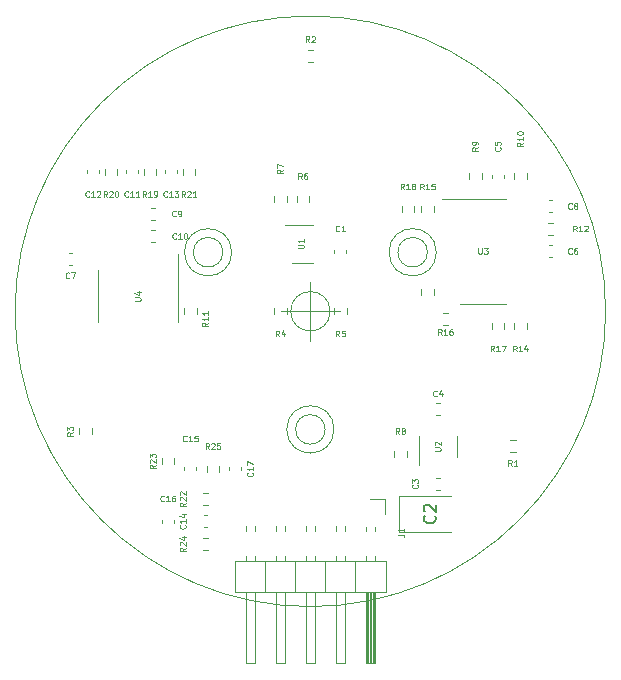
<source format=gbr>
%TF.GenerationSoftware,KiCad,Pcbnew,(5.1.10)-1*%
%TF.CreationDate,2021-07-18T17:44:11+03:00*%
%TF.ProjectId,Flow,466c6f77-2e6b-4696-9361-645f70636258,rev?*%
%TF.SameCoordinates,Original*%
%TF.FileFunction,Legend,Top*%
%TF.FilePolarity,Positive*%
%FSLAX46Y46*%
G04 Gerber Fmt 4.6, Leading zero omitted, Abs format (unit mm)*
G04 Created by KiCad (PCBNEW (5.1.10)-1) date 2021-07-18 17:44:11*
%MOMM*%
%LPD*%
G01*
G04 APERTURE LIST*
%ADD10C,0.050000*%
%TA.AperFunction,Profile*%
%ADD11C,0.050000*%
%TD*%
%ADD12C,0.120000*%
%ADD13C,0.075000*%
%ADD14C,0.150000*%
G04 APERTURE END LIST*
D10*
X2000000Y-10000000D02*
G75*
G03*
X2000000Y-10000000I-2000000J0D01*
G01*
X-6660254Y5000000D02*
G75*
G03*
X-6660254Y5000000I-2000000J0D01*
G01*
X10660254Y5000000D02*
G75*
G03*
X10660254Y5000000I-2000000J0D01*
G01*
D11*
X-7410254Y5000000D02*
G75*
G03*
X-7410254Y5000000I-1250000J0D01*
G01*
X9910254Y5000000D02*
G75*
G03*
X9910254Y5000000I-1250000J0D01*
G01*
X1250000Y-10000000D02*
G75*
G03*
X1250000Y-10000000I-1250000J0D01*
G01*
X1666666Y0D02*
G75*
G03*
X1666666Y0I-1666666J0D01*
G01*
X-2500000Y0D02*
X2500000Y0D01*
X0Y2500000D02*
X0Y-2500000D01*
X25000000Y0D02*
G75*
G03*
X25000000Y0I-25000000J0D01*
G01*
D12*
%TO.C,C4*%
X10935580Y-8765000D02*
X10654420Y-8765000D01*
X10935580Y-7745000D02*
X10654420Y-7745000D01*
%TO.C,U3*%
X14600000Y595000D02*
X16550000Y595000D01*
X14600000Y595000D02*
X12650000Y595000D01*
X14600000Y9465000D02*
X16550000Y9465000D01*
X14600000Y9465000D02*
X11150000Y9465000D01*
%TO.C,U1*%
X-1535000Y4105000D02*
X265000Y4105000D01*
X265000Y7325000D02*
X-2185000Y7325000D01*
%TO.C,C2*%
X11910000Y-15635000D02*
X7525000Y-15635000D01*
X7525000Y-15635000D02*
X7525000Y-18655000D01*
X7525000Y-18655000D02*
X11910000Y-18655000D01*
%TO.C,U4*%
X-17990000Y1270000D02*
X-17990000Y-930000D01*
X-17990000Y1270000D02*
X-17990000Y3470000D01*
X-11220000Y1270000D02*
X-11220000Y-930000D01*
X-11220000Y1270000D02*
X-11220000Y4870000D01*
%TO.C,U2*%
X12405000Y-12330000D02*
X12405000Y-10530000D01*
X9185000Y-10530000D02*
X9185000Y-12980000D01*
%TO.C,R25*%
X-8777500Y-13572258D02*
X-8777500Y-13097742D01*
X-7732500Y-13572258D02*
X-7732500Y-13097742D01*
%TO.C,R24*%
X-9127258Y-19162500D02*
X-8652742Y-19162500D01*
X-9127258Y-20207500D02*
X-8652742Y-20207500D01*
%TO.C,R23*%
X-12587500Y-12937258D02*
X-12587500Y-12462742D01*
X-11542500Y-12937258D02*
X-11542500Y-12462742D01*
%TO.C,R22*%
X-8652742Y-16397500D02*
X-9127258Y-16397500D01*
X-8652742Y-15352500D02*
X-9127258Y-15352500D01*
%TO.C,R21*%
X-10809500Y11573742D02*
X-10809500Y12048258D01*
X-9764500Y11573742D02*
X-9764500Y12048258D01*
%TO.C,R20*%
X-17413500Y11573742D02*
X-17413500Y12048258D01*
X-16368500Y11573742D02*
X-16368500Y12048258D01*
%TO.C,R19*%
X-14111500Y11573742D02*
X-14111500Y12048258D01*
X-13066500Y11573742D02*
X-13066500Y12048258D01*
%TO.C,R18*%
X7732500Y8398742D02*
X7732500Y8873258D01*
X8777500Y8398742D02*
X8777500Y8873258D01*
%TO.C,R17*%
X16397500Y-1032742D02*
X16397500Y-1507258D01*
X15352500Y-1032742D02*
X15352500Y-1507258D01*
%TO.C,R16*%
X11192742Y-112500D02*
X11667258Y-112500D01*
X11192742Y-1157500D02*
X11667258Y-1157500D01*
%TO.C,R15*%
X9383500Y8398742D02*
X9383500Y8873258D01*
X10428500Y8398742D02*
X10428500Y8873258D01*
%TO.C,R14*%
X18302500Y-1032742D02*
X18302500Y-1507258D01*
X17257500Y-1032742D02*
X17257500Y-1507258D01*
%TO.C,R13*%
X10428500Y1888258D02*
X10428500Y1413742D01*
X9383500Y1888258D02*
X9383500Y1413742D01*
%TO.C,R12*%
X20557258Y6462500D02*
X20082742Y6462500D01*
X20557258Y7507500D02*
X20082742Y7507500D01*
%TO.C,R11*%
X-10682500Y-237258D02*
X-10682500Y237258D01*
X-9637500Y-237258D02*
X-9637500Y237258D01*
%TO.C,R10*%
X17257500Y11192742D02*
X17257500Y11667258D01*
X18302500Y11192742D02*
X18302500Y11667258D01*
%TO.C,R9*%
X14492500Y11667258D02*
X14492500Y11192742D01*
X13447500Y11667258D02*
X13447500Y11192742D01*
%TO.C,R8*%
X8142500Y-11827742D02*
X8142500Y-12302258D01*
X7097500Y-11827742D02*
X7097500Y-12302258D01*
%TO.C,R7*%
X-2017500Y9762258D02*
X-2017500Y9287742D01*
X-3062500Y9762258D02*
X-3062500Y9287742D01*
%TO.C,R6*%
X-112500Y9762258D02*
X-112500Y9287742D01*
X-1157500Y9762258D02*
X-1157500Y9287742D01*
%TO.C,R5*%
X3062500Y237258D02*
X3062500Y-237258D01*
X2017500Y237258D02*
X2017500Y-237258D01*
%TO.C,R4*%
X-2017500Y237258D02*
X-2017500Y-237258D01*
X-3062500Y237258D02*
X-3062500Y-237258D01*
%TO.C,R3*%
X-18527500Y-9922742D02*
X-18527500Y-10397258D01*
X-19572500Y-9922742D02*
X-19572500Y-10397258D01*
%TO.C,R2*%
X-237258Y22112500D02*
X237258Y22112500D01*
X-237258Y21067500D02*
X237258Y21067500D01*
%TO.C,R1*%
X17382258Y-11952500D02*
X16907742Y-11952500D01*
X17382258Y-10907500D02*
X16907742Y-10907500D01*
%TO.C,J1*%
X6410000Y-21125000D02*
X-6410000Y-21125000D01*
X-6410000Y-21125000D02*
X-6410000Y-23785000D01*
X-6410000Y-23785000D02*
X6410000Y-23785000D01*
X6410000Y-23785000D02*
X6410000Y-21125000D01*
X5460000Y-23785000D02*
X5460000Y-29785000D01*
X5460000Y-29785000D02*
X4700000Y-29785000D01*
X4700000Y-29785000D02*
X4700000Y-23785000D01*
X5400000Y-23785000D02*
X5400000Y-29785000D01*
X5280000Y-23785000D02*
X5280000Y-29785000D01*
X5160000Y-23785000D02*
X5160000Y-29785000D01*
X5040000Y-23785000D02*
X5040000Y-29785000D01*
X4920000Y-23785000D02*
X4920000Y-29785000D01*
X4800000Y-23785000D02*
X4800000Y-29785000D01*
X5460000Y-20727929D02*
X5460000Y-21125000D01*
X4700000Y-20727929D02*
X4700000Y-21125000D01*
X5460000Y-18255000D02*
X5460000Y-18642071D01*
X4700000Y-18255000D02*
X4700000Y-18642071D01*
X3810000Y-21125000D02*
X3810000Y-23785000D01*
X2920000Y-23785000D02*
X2920000Y-29785000D01*
X2920000Y-29785000D02*
X2160000Y-29785000D01*
X2160000Y-29785000D02*
X2160000Y-23785000D01*
X2920000Y-20727929D02*
X2920000Y-21125000D01*
X2160000Y-20727929D02*
X2160000Y-21125000D01*
X2920000Y-18187929D02*
X2920000Y-18642071D01*
X2160000Y-18187929D02*
X2160000Y-18642071D01*
X1270000Y-21125000D02*
X1270000Y-23785000D01*
X380000Y-23785000D02*
X380000Y-29785000D01*
X380000Y-29785000D02*
X-380000Y-29785000D01*
X-380000Y-29785000D02*
X-380000Y-23785000D01*
X380000Y-20727929D02*
X380000Y-21125000D01*
X-380000Y-20727929D02*
X-380000Y-21125000D01*
X380000Y-18187929D02*
X380000Y-18642071D01*
X-380000Y-18187929D02*
X-380000Y-18642071D01*
X-1270000Y-21125000D02*
X-1270000Y-23785000D01*
X-2160000Y-23785000D02*
X-2160000Y-29785000D01*
X-2160000Y-29785000D02*
X-2920000Y-29785000D01*
X-2920000Y-29785000D02*
X-2920000Y-23785000D01*
X-2160000Y-20727929D02*
X-2160000Y-21125000D01*
X-2920000Y-20727929D02*
X-2920000Y-21125000D01*
X-2160000Y-18187929D02*
X-2160000Y-18642071D01*
X-2920000Y-18187929D02*
X-2920000Y-18642071D01*
X-3810000Y-21125000D02*
X-3810000Y-23785000D01*
X-4700000Y-23785000D02*
X-4700000Y-29785000D01*
X-4700000Y-29785000D02*
X-5460000Y-29785000D01*
X-5460000Y-29785000D02*
X-5460000Y-23785000D01*
X-4700000Y-20727929D02*
X-4700000Y-21125000D01*
X-5460000Y-20727929D02*
X-5460000Y-21125000D01*
X-4700000Y-18187929D02*
X-4700000Y-18642071D01*
X-5460000Y-18187929D02*
X-5460000Y-18642071D01*
X5080000Y-15875000D02*
X6350000Y-15875000D01*
X6350000Y-15875000D02*
X6350000Y-17145000D01*
%TO.C,C17*%
X-6860000Y-13475580D02*
X-6860000Y-13194420D01*
X-5840000Y-13475580D02*
X-5840000Y-13194420D01*
%TO.C,C16*%
X-12575000Y-17920580D02*
X-12575000Y-17639420D01*
X-11555000Y-17920580D02*
X-11555000Y-17639420D01*
%TO.C,C15*%
X-9650000Y-13194420D02*
X-9650000Y-13475580D01*
X-10670000Y-13194420D02*
X-10670000Y-13475580D01*
%TO.C,C14*%
X-9030580Y-17270000D02*
X-8749420Y-17270000D01*
X-9030580Y-18290000D02*
X-8749420Y-18290000D01*
%TO.C,C13*%
X-12321000Y11670420D02*
X-12321000Y11951580D01*
X-11301000Y11670420D02*
X-11301000Y11951580D01*
%TO.C,C12*%
X-18925000Y11670420D02*
X-18925000Y11951580D01*
X-17905000Y11670420D02*
X-17905000Y11951580D01*
%TO.C,C11*%
X-15623000Y11670420D02*
X-15623000Y11951580D01*
X-14603000Y11670420D02*
X-14603000Y11951580D01*
%TO.C,C10*%
X-13194420Y5840000D02*
X-13475580Y5840000D01*
X-13194420Y6860000D02*
X-13475580Y6860000D01*
%TO.C,C9*%
X-13475580Y8765000D02*
X-13194420Y8765000D01*
X-13475580Y7745000D02*
X-13194420Y7745000D01*
%TO.C,C8*%
X20460580Y8380000D02*
X20179420Y8380000D01*
X20460580Y9400000D02*
X20179420Y9400000D01*
%TO.C,C7*%
X-20179420Y3935000D02*
X-20460580Y3935000D01*
X-20179420Y4955000D02*
X-20460580Y4955000D01*
%TO.C,C6*%
X20460580Y4570000D02*
X20179420Y4570000D01*
X20460580Y5590000D02*
X20179420Y5590000D01*
%TO.C,C5*%
X15365000Y11289420D02*
X15365000Y11570580D01*
X16385000Y11289420D02*
X16385000Y11570580D01*
%TO.C,C3*%
X10654420Y-14095000D02*
X10935580Y-14095000D01*
X10654420Y-15115000D02*
X10935580Y-15115000D01*
%TO.C,C1*%
X3050000Y5220580D02*
X3050000Y4939420D01*
X2030000Y5220580D02*
X2030000Y4939420D01*
%TD*%
%TO.C,C4*%
D13*
X10711666Y-7163571D02*
X10687857Y-7187380D01*
X10616428Y-7211190D01*
X10568809Y-7211190D01*
X10497380Y-7187380D01*
X10449761Y-7139761D01*
X10425952Y-7092142D01*
X10402142Y-6996904D01*
X10402142Y-6925476D01*
X10425952Y-6830238D01*
X10449761Y-6782619D01*
X10497380Y-6735000D01*
X10568809Y-6711190D01*
X10616428Y-6711190D01*
X10687857Y-6735000D01*
X10711666Y-6758809D01*
X11140238Y-6877857D02*
X11140238Y-7211190D01*
X11021190Y-6687380D02*
X10902142Y-7044523D01*
X11211666Y-7044523D01*
%TO.C,U3*%
X14219047Y5353809D02*
X14219047Y4949047D01*
X14242857Y4901428D01*
X14266666Y4877619D01*
X14314285Y4853809D01*
X14409523Y4853809D01*
X14457142Y4877619D01*
X14480952Y4901428D01*
X14504761Y4949047D01*
X14504761Y5353809D01*
X14695238Y5353809D02*
X15004761Y5353809D01*
X14838095Y5163333D01*
X14909523Y5163333D01*
X14957142Y5139523D01*
X14980952Y5115714D01*
X15004761Y5068095D01*
X15004761Y4949047D01*
X14980952Y4901428D01*
X14957142Y4877619D01*
X14909523Y4853809D01*
X14766666Y4853809D01*
X14719047Y4877619D01*
X14695238Y4901428D01*
%TO.C,U1*%
X-1078809Y5334047D02*
X-674047Y5334047D01*
X-626428Y5357857D01*
X-602619Y5381666D01*
X-578809Y5429285D01*
X-578809Y5524523D01*
X-602619Y5572142D01*
X-626428Y5595952D01*
X-674047Y5619761D01*
X-1078809Y5619761D01*
X-578809Y6119761D02*
X-578809Y5834047D01*
X-578809Y5976904D02*
X-1078809Y5976904D01*
X-1007380Y5929285D01*
X-959761Y5881666D01*
X-935952Y5834047D01*
%TO.C,C2*%
D14*
X10517142Y-17311666D02*
X10564761Y-17359285D01*
X10612380Y-17502142D01*
X10612380Y-17597380D01*
X10564761Y-17740238D01*
X10469523Y-17835476D01*
X10374285Y-17883095D01*
X10183809Y-17930714D01*
X10040952Y-17930714D01*
X9850476Y-17883095D01*
X9755238Y-17835476D01*
X9660000Y-17740238D01*
X9612380Y-17597380D01*
X9612380Y-17502142D01*
X9660000Y-17359285D01*
X9707619Y-17311666D01*
X9707619Y-16930714D02*
X9660000Y-16883095D01*
X9612380Y-16787857D01*
X9612380Y-16549761D01*
X9660000Y-16454523D01*
X9707619Y-16406904D01*
X9802857Y-16359285D01*
X9898095Y-16359285D01*
X10040952Y-16406904D01*
X10612380Y-16978333D01*
X10612380Y-16359285D01*
%TO.C,U4*%
D13*
X-14878809Y889047D02*
X-14474047Y889047D01*
X-14426428Y912857D01*
X-14402619Y936666D01*
X-14378809Y984285D01*
X-14378809Y1079523D01*
X-14402619Y1127142D01*
X-14426428Y1150952D01*
X-14474047Y1174761D01*
X-14878809Y1174761D01*
X-14712142Y1627142D02*
X-14378809Y1627142D01*
X-14902619Y1508095D02*
X-14545476Y1389047D01*
X-14545476Y1698571D01*
%TO.C,U2*%
X10521190Y-11810952D02*
X10925952Y-11810952D01*
X10973571Y-11787142D01*
X10997380Y-11763333D01*
X11021190Y-11715714D01*
X11021190Y-11620476D01*
X10997380Y-11572857D01*
X10973571Y-11549047D01*
X10925952Y-11525238D01*
X10521190Y-11525238D01*
X10568809Y-11310952D02*
X10545000Y-11287142D01*
X10521190Y-11239523D01*
X10521190Y-11120476D01*
X10545000Y-11072857D01*
X10568809Y-11049047D01*
X10616428Y-11025238D01*
X10664047Y-11025238D01*
X10735476Y-11049047D01*
X11021190Y-11334761D01*
X11021190Y-11025238D01*
%TO.C,R25*%
X-8576428Y-11656190D02*
X-8743095Y-11418095D01*
X-8862142Y-11656190D02*
X-8862142Y-11156190D01*
X-8671666Y-11156190D01*
X-8624047Y-11180000D01*
X-8600238Y-11203809D01*
X-8576428Y-11251428D01*
X-8576428Y-11322857D01*
X-8600238Y-11370476D01*
X-8624047Y-11394285D01*
X-8671666Y-11418095D01*
X-8862142Y-11418095D01*
X-8385952Y-11203809D02*
X-8362142Y-11180000D01*
X-8314523Y-11156190D01*
X-8195476Y-11156190D01*
X-8147857Y-11180000D01*
X-8124047Y-11203809D01*
X-8100238Y-11251428D01*
X-8100238Y-11299047D01*
X-8124047Y-11370476D01*
X-8409761Y-11656190D01*
X-8100238Y-11656190D01*
X-7647857Y-11156190D02*
X-7885952Y-11156190D01*
X-7909761Y-11394285D01*
X-7885952Y-11370476D01*
X-7838333Y-11346666D01*
X-7719285Y-11346666D01*
X-7671666Y-11370476D01*
X-7647857Y-11394285D01*
X-7624047Y-11441904D01*
X-7624047Y-11560952D01*
X-7647857Y-11608571D01*
X-7671666Y-11632380D01*
X-7719285Y-11656190D01*
X-7838333Y-11656190D01*
X-7885952Y-11632380D01*
X-7909761Y-11608571D01*
%TO.C,R24*%
X-10568809Y-20006428D02*
X-10806904Y-20173095D01*
X-10568809Y-20292142D02*
X-11068809Y-20292142D01*
X-11068809Y-20101666D01*
X-11045000Y-20054047D01*
X-11021190Y-20030238D01*
X-10973571Y-20006428D01*
X-10902142Y-20006428D01*
X-10854523Y-20030238D01*
X-10830714Y-20054047D01*
X-10806904Y-20101666D01*
X-10806904Y-20292142D01*
X-11021190Y-19815952D02*
X-11045000Y-19792142D01*
X-11068809Y-19744523D01*
X-11068809Y-19625476D01*
X-11045000Y-19577857D01*
X-11021190Y-19554047D01*
X-10973571Y-19530238D01*
X-10925952Y-19530238D01*
X-10854523Y-19554047D01*
X-10568809Y-19839761D01*
X-10568809Y-19530238D01*
X-10902142Y-19101666D02*
X-10568809Y-19101666D01*
X-11092619Y-19220714D02*
X-10735476Y-19339761D01*
X-10735476Y-19030238D01*
%TO.C,R23*%
X-13108809Y-13021428D02*
X-13346904Y-13188095D01*
X-13108809Y-13307142D02*
X-13608809Y-13307142D01*
X-13608809Y-13116666D01*
X-13585000Y-13069047D01*
X-13561190Y-13045238D01*
X-13513571Y-13021428D01*
X-13442142Y-13021428D01*
X-13394523Y-13045238D01*
X-13370714Y-13069047D01*
X-13346904Y-13116666D01*
X-13346904Y-13307142D01*
X-13561190Y-12830952D02*
X-13585000Y-12807142D01*
X-13608809Y-12759523D01*
X-13608809Y-12640476D01*
X-13585000Y-12592857D01*
X-13561190Y-12569047D01*
X-13513571Y-12545238D01*
X-13465952Y-12545238D01*
X-13394523Y-12569047D01*
X-13108809Y-12854761D01*
X-13108809Y-12545238D01*
X-13608809Y-12378571D02*
X-13608809Y-12069047D01*
X-13418333Y-12235714D01*
X-13418333Y-12164285D01*
X-13394523Y-12116666D01*
X-13370714Y-12092857D01*
X-13323095Y-12069047D01*
X-13204047Y-12069047D01*
X-13156428Y-12092857D01*
X-13132619Y-12116666D01*
X-13108809Y-12164285D01*
X-13108809Y-12307142D01*
X-13132619Y-12354761D01*
X-13156428Y-12378571D01*
%TO.C,R22*%
X-10568809Y-16196428D02*
X-10806904Y-16363095D01*
X-10568809Y-16482142D02*
X-11068809Y-16482142D01*
X-11068809Y-16291666D01*
X-11045000Y-16244047D01*
X-11021190Y-16220238D01*
X-10973571Y-16196428D01*
X-10902142Y-16196428D01*
X-10854523Y-16220238D01*
X-10830714Y-16244047D01*
X-10806904Y-16291666D01*
X-10806904Y-16482142D01*
X-11021190Y-16005952D02*
X-11045000Y-15982142D01*
X-11068809Y-15934523D01*
X-11068809Y-15815476D01*
X-11045000Y-15767857D01*
X-11021190Y-15744047D01*
X-10973571Y-15720238D01*
X-10925952Y-15720238D01*
X-10854523Y-15744047D01*
X-10568809Y-16029761D01*
X-10568809Y-15720238D01*
X-11021190Y-15529761D02*
X-11045000Y-15505952D01*
X-11068809Y-15458333D01*
X-11068809Y-15339285D01*
X-11045000Y-15291666D01*
X-11021190Y-15267857D01*
X-10973571Y-15244047D01*
X-10925952Y-15244047D01*
X-10854523Y-15267857D01*
X-10568809Y-15553571D01*
X-10568809Y-15244047D01*
%TO.C,R21*%
X-10608428Y9679809D02*
X-10775095Y9917904D01*
X-10894142Y9679809D02*
X-10894142Y10179809D01*
X-10703666Y10179809D01*
X-10656047Y10156000D01*
X-10632238Y10132190D01*
X-10608428Y10084571D01*
X-10608428Y10013142D01*
X-10632238Y9965523D01*
X-10656047Y9941714D01*
X-10703666Y9917904D01*
X-10894142Y9917904D01*
X-10417952Y10132190D02*
X-10394142Y10156000D01*
X-10346523Y10179809D01*
X-10227476Y10179809D01*
X-10179857Y10156000D01*
X-10156047Y10132190D01*
X-10132238Y10084571D01*
X-10132238Y10036952D01*
X-10156047Y9965523D01*
X-10441761Y9679809D01*
X-10132238Y9679809D01*
X-9656047Y9679809D02*
X-9941761Y9679809D01*
X-9798904Y9679809D02*
X-9798904Y10179809D01*
X-9846523Y10108380D01*
X-9894142Y10060761D01*
X-9941761Y10036952D01*
%TO.C,R20*%
X-17212428Y9679809D02*
X-17379095Y9917904D01*
X-17498142Y9679809D02*
X-17498142Y10179809D01*
X-17307666Y10179809D01*
X-17260047Y10156000D01*
X-17236238Y10132190D01*
X-17212428Y10084571D01*
X-17212428Y10013142D01*
X-17236238Y9965523D01*
X-17260047Y9941714D01*
X-17307666Y9917904D01*
X-17498142Y9917904D01*
X-17021952Y10132190D02*
X-16998142Y10156000D01*
X-16950523Y10179809D01*
X-16831476Y10179809D01*
X-16783857Y10156000D01*
X-16760047Y10132190D01*
X-16736238Y10084571D01*
X-16736238Y10036952D01*
X-16760047Y9965523D01*
X-17045761Y9679809D01*
X-16736238Y9679809D01*
X-16426714Y10179809D02*
X-16379095Y10179809D01*
X-16331476Y10156000D01*
X-16307666Y10132190D01*
X-16283857Y10084571D01*
X-16260047Y9989333D01*
X-16260047Y9870285D01*
X-16283857Y9775047D01*
X-16307666Y9727428D01*
X-16331476Y9703619D01*
X-16379095Y9679809D01*
X-16426714Y9679809D01*
X-16474333Y9703619D01*
X-16498142Y9727428D01*
X-16521952Y9775047D01*
X-16545761Y9870285D01*
X-16545761Y9989333D01*
X-16521952Y10084571D01*
X-16498142Y10132190D01*
X-16474333Y10156000D01*
X-16426714Y10179809D01*
%TO.C,R19*%
X-13910428Y9679809D02*
X-14077095Y9917904D01*
X-14196142Y9679809D02*
X-14196142Y10179809D01*
X-14005666Y10179809D01*
X-13958047Y10156000D01*
X-13934238Y10132190D01*
X-13910428Y10084571D01*
X-13910428Y10013142D01*
X-13934238Y9965523D01*
X-13958047Y9941714D01*
X-14005666Y9917904D01*
X-14196142Y9917904D01*
X-13434238Y9679809D02*
X-13719952Y9679809D01*
X-13577095Y9679809D02*
X-13577095Y10179809D01*
X-13624714Y10108380D01*
X-13672333Y10060761D01*
X-13719952Y10036952D01*
X-13196142Y9679809D02*
X-13100904Y9679809D01*
X-13053285Y9703619D01*
X-13029476Y9727428D01*
X-12981857Y9798857D01*
X-12958047Y9894095D01*
X-12958047Y10084571D01*
X-12981857Y10132190D01*
X-13005666Y10156000D01*
X-13053285Y10179809D01*
X-13148523Y10179809D01*
X-13196142Y10156000D01*
X-13219952Y10132190D01*
X-13243761Y10084571D01*
X-13243761Y9965523D01*
X-13219952Y9917904D01*
X-13196142Y9894095D01*
X-13148523Y9870285D01*
X-13053285Y9870285D01*
X-13005666Y9894095D01*
X-12981857Y9917904D01*
X-12958047Y9965523D01*
%TO.C,R18*%
X7933571Y10314809D02*
X7766904Y10552904D01*
X7647857Y10314809D02*
X7647857Y10814809D01*
X7838333Y10814809D01*
X7885952Y10791000D01*
X7909761Y10767190D01*
X7933571Y10719571D01*
X7933571Y10648142D01*
X7909761Y10600523D01*
X7885952Y10576714D01*
X7838333Y10552904D01*
X7647857Y10552904D01*
X8409761Y10314809D02*
X8124047Y10314809D01*
X8266904Y10314809D02*
X8266904Y10814809D01*
X8219285Y10743380D01*
X8171666Y10695761D01*
X8124047Y10671952D01*
X8695476Y10600523D02*
X8647857Y10624333D01*
X8624047Y10648142D01*
X8600238Y10695761D01*
X8600238Y10719571D01*
X8624047Y10767190D01*
X8647857Y10791000D01*
X8695476Y10814809D01*
X8790714Y10814809D01*
X8838333Y10791000D01*
X8862142Y10767190D01*
X8885952Y10719571D01*
X8885952Y10695761D01*
X8862142Y10648142D01*
X8838333Y10624333D01*
X8790714Y10600523D01*
X8695476Y10600523D01*
X8647857Y10576714D01*
X8624047Y10552904D01*
X8600238Y10505285D01*
X8600238Y10410047D01*
X8624047Y10362428D01*
X8647857Y10338619D01*
X8695476Y10314809D01*
X8790714Y10314809D01*
X8838333Y10338619D01*
X8862142Y10362428D01*
X8885952Y10410047D01*
X8885952Y10505285D01*
X8862142Y10552904D01*
X8838333Y10576714D01*
X8790714Y10600523D01*
%TO.C,R17*%
X15553571Y-3401190D02*
X15386904Y-3163095D01*
X15267857Y-3401190D02*
X15267857Y-2901190D01*
X15458333Y-2901190D01*
X15505952Y-2925000D01*
X15529761Y-2948809D01*
X15553571Y-2996428D01*
X15553571Y-3067857D01*
X15529761Y-3115476D01*
X15505952Y-3139285D01*
X15458333Y-3163095D01*
X15267857Y-3163095D01*
X16029761Y-3401190D02*
X15744047Y-3401190D01*
X15886904Y-3401190D02*
X15886904Y-2901190D01*
X15839285Y-2972619D01*
X15791666Y-3020238D01*
X15744047Y-3044047D01*
X16196428Y-2901190D02*
X16529761Y-2901190D01*
X16315476Y-3401190D01*
%TO.C,R16*%
X11108571Y-2004190D02*
X10941904Y-1766095D01*
X10822857Y-2004190D02*
X10822857Y-1504190D01*
X11013333Y-1504190D01*
X11060952Y-1528000D01*
X11084761Y-1551809D01*
X11108571Y-1599428D01*
X11108571Y-1670857D01*
X11084761Y-1718476D01*
X11060952Y-1742285D01*
X11013333Y-1766095D01*
X10822857Y-1766095D01*
X11584761Y-2004190D02*
X11299047Y-2004190D01*
X11441904Y-2004190D02*
X11441904Y-1504190D01*
X11394285Y-1575619D01*
X11346666Y-1623238D01*
X11299047Y-1647047D01*
X12013333Y-1504190D02*
X11918095Y-1504190D01*
X11870476Y-1528000D01*
X11846666Y-1551809D01*
X11799047Y-1623238D01*
X11775238Y-1718476D01*
X11775238Y-1908952D01*
X11799047Y-1956571D01*
X11822857Y-1980380D01*
X11870476Y-2004190D01*
X11965714Y-2004190D01*
X12013333Y-1980380D01*
X12037142Y-1956571D01*
X12060952Y-1908952D01*
X12060952Y-1789904D01*
X12037142Y-1742285D01*
X12013333Y-1718476D01*
X11965714Y-1694666D01*
X11870476Y-1694666D01*
X11822857Y-1718476D01*
X11799047Y-1742285D01*
X11775238Y-1789904D01*
%TO.C,R15*%
X9584571Y10314809D02*
X9417904Y10552904D01*
X9298857Y10314809D02*
X9298857Y10814809D01*
X9489333Y10814809D01*
X9536952Y10791000D01*
X9560761Y10767190D01*
X9584571Y10719571D01*
X9584571Y10648142D01*
X9560761Y10600523D01*
X9536952Y10576714D01*
X9489333Y10552904D01*
X9298857Y10552904D01*
X10060761Y10314809D02*
X9775047Y10314809D01*
X9917904Y10314809D02*
X9917904Y10814809D01*
X9870285Y10743380D01*
X9822666Y10695761D01*
X9775047Y10671952D01*
X10513142Y10814809D02*
X10275047Y10814809D01*
X10251238Y10576714D01*
X10275047Y10600523D01*
X10322666Y10624333D01*
X10441714Y10624333D01*
X10489333Y10600523D01*
X10513142Y10576714D01*
X10536952Y10529095D01*
X10536952Y10410047D01*
X10513142Y10362428D01*
X10489333Y10338619D01*
X10441714Y10314809D01*
X10322666Y10314809D01*
X10275047Y10338619D01*
X10251238Y10362428D01*
%TO.C,R14*%
X17458571Y-3401190D02*
X17291904Y-3163095D01*
X17172857Y-3401190D02*
X17172857Y-2901190D01*
X17363333Y-2901190D01*
X17410952Y-2925000D01*
X17434761Y-2948809D01*
X17458571Y-2996428D01*
X17458571Y-3067857D01*
X17434761Y-3115476D01*
X17410952Y-3139285D01*
X17363333Y-3163095D01*
X17172857Y-3163095D01*
X17934761Y-3401190D02*
X17649047Y-3401190D01*
X17791904Y-3401190D02*
X17791904Y-2901190D01*
X17744285Y-2972619D01*
X17696666Y-3020238D01*
X17649047Y-3044047D01*
X18363333Y-3067857D02*
X18363333Y-3401190D01*
X18244285Y-2877380D02*
X18125238Y-3234523D01*
X18434761Y-3234523D01*
%TO.C,R12*%
X22538571Y6758809D02*
X22371904Y6996904D01*
X22252857Y6758809D02*
X22252857Y7258809D01*
X22443333Y7258809D01*
X22490952Y7235000D01*
X22514761Y7211190D01*
X22538571Y7163571D01*
X22538571Y7092142D01*
X22514761Y7044523D01*
X22490952Y7020714D01*
X22443333Y6996904D01*
X22252857Y6996904D01*
X23014761Y6758809D02*
X22729047Y6758809D01*
X22871904Y6758809D02*
X22871904Y7258809D01*
X22824285Y7187380D01*
X22776666Y7139761D01*
X22729047Y7115952D01*
X23205238Y7211190D02*
X23229047Y7235000D01*
X23276666Y7258809D01*
X23395714Y7258809D01*
X23443333Y7235000D01*
X23467142Y7211190D01*
X23490952Y7163571D01*
X23490952Y7115952D01*
X23467142Y7044523D01*
X23181428Y6758809D01*
X23490952Y6758809D01*
%TO.C,R11*%
X-8663809Y-956428D02*
X-8901904Y-1123095D01*
X-8663809Y-1242142D02*
X-9163809Y-1242142D01*
X-9163809Y-1051666D01*
X-9140000Y-1004047D01*
X-9116190Y-980238D01*
X-9068571Y-956428D01*
X-8997142Y-956428D01*
X-8949523Y-980238D01*
X-8925714Y-1004047D01*
X-8901904Y-1051666D01*
X-8901904Y-1242142D01*
X-8663809Y-480238D02*
X-8663809Y-765952D01*
X-8663809Y-623095D02*
X-9163809Y-623095D01*
X-9092380Y-670714D01*
X-9044761Y-718333D01*
X-9020952Y-765952D01*
X-8663809Y-4047D02*
X-8663809Y-289761D01*
X-8663809Y-146904D02*
X-9163809Y-146904D01*
X-9092380Y-194523D01*
X-9044761Y-242142D01*
X-9020952Y-289761D01*
%TO.C,R10*%
X18006190Y14283571D02*
X17768095Y14116904D01*
X18006190Y13997857D02*
X17506190Y13997857D01*
X17506190Y14188333D01*
X17530000Y14235952D01*
X17553809Y14259761D01*
X17601428Y14283571D01*
X17672857Y14283571D01*
X17720476Y14259761D01*
X17744285Y14235952D01*
X17768095Y14188333D01*
X17768095Y13997857D01*
X18006190Y14759761D02*
X18006190Y14474047D01*
X18006190Y14616904D02*
X17506190Y14616904D01*
X17577619Y14569285D01*
X17625238Y14521666D01*
X17649047Y14474047D01*
X17506190Y15069285D02*
X17506190Y15116904D01*
X17530000Y15164523D01*
X17553809Y15188333D01*
X17601428Y15212142D01*
X17696666Y15235952D01*
X17815714Y15235952D01*
X17910952Y15212142D01*
X17958571Y15188333D01*
X17982380Y15164523D01*
X18006190Y15116904D01*
X18006190Y15069285D01*
X17982380Y15021666D01*
X17958571Y14997857D01*
X17910952Y14974047D01*
X17815714Y14950238D01*
X17696666Y14950238D01*
X17601428Y14974047D01*
X17553809Y14997857D01*
X17530000Y15021666D01*
X17506190Y15069285D01*
%TO.C,R9*%
X14196190Y13886666D02*
X13958095Y13720000D01*
X14196190Y13600952D02*
X13696190Y13600952D01*
X13696190Y13791428D01*
X13720000Y13839047D01*
X13743809Y13862857D01*
X13791428Y13886666D01*
X13862857Y13886666D01*
X13910476Y13862857D01*
X13934285Y13839047D01*
X13958095Y13791428D01*
X13958095Y13600952D01*
X14196190Y14124761D02*
X14196190Y14220000D01*
X14172380Y14267619D01*
X14148571Y14291428D01*
X14077142Y14339047D01*
X13981904Y14362857D01*
X13791428Y14362857D01*
X13743809Y14339047D01*
X13720000Y14315238D01*
X13696190Y14267619D01*
X13696190Y14172380D01*
X13720000Y14124761D01*
X13743809Y14100952D01*
X13791428Y14077142D01*
X13910476Y14077142D01*
X13958095Y14100952D01*
X13981904Y14124761D01*
X14005714Y14172380D01*
X14005714Y14267619D01*
X13981904Y14315238D01*
X13958095Y14339047D01*
X13910476Y14362857D01*
%TO.C,R8*%
X7536666Y-10386190D02*
X7370000Y-10148095D01*
X7250952Y-10386190D02*
X7250952Y-9886190D01*
X7441428Y-9886190D01*
X7489047Y-9910000D01*
X7512857Y-9933809D01*
X7536666Y-9981428D01*
X7536666Y-10052857D01*
X7512857Y-10100476D01*
X7489047Y-10124285D01*
X7441428Y-10148095D01*
X7250952Y-10148095D01*
X7822380Y-10100476D02*
X7774761Y-10076666D01*
X7750952Y-10052857D01*
X7727142Y-10005238D01*
X7727142Y-9981428D01*
X7750952Y-9933809D01*
X7774761Y-9910000D01*
X7822380Y-9886190D01*
X7917619Y-9886190D01*
X7965238Y-9910000D01*
X7989047Y-9933809D01*
X8012857Y-9981428D01*
X8012857Y-10005238D01*
X7989047Y-10052857D01*
X7965238Y-10076666D01*
X7917619Y-10100476D01*
X7822380Y-10100476D01*
X7774761Y-10124285D01*
X7750952Y-10148095D01*
X7727142Y-10195714D01*
X7727142Y-10290952D01*
X7750952Y-10338571D01*
X7774761Y-10362380D01*
X7822380Y-10386190D01*
X7917619Y-10386190D01*
X7965238Y-10362380D01*
X7989047Y-10338571D01*
X8012857Y-10290952D01*
X8012857Y-10195714D01*
X7989047Y-10148095D01*
X7965238Y-10124285D01*
X7917619Y-10100476D01*
%TO.C,R7*%
X-2313809Y11981666D02*
X-2551904Y11815000D01*
X-2313809Y11695952D02*
X-2813809Y11695952D01*
X-2813809Y11886428D01*
X-2790000Y11934047D01*
X-2766190Y11957857D01*
X-2718571Y11981666D01*
X-2647142Y11981666D01*
X-2599523Y11957857D01*
X-2575714Y11934047D01*
X-2551904Y11886428D01*
X-2551904Y11695952D01*
X-2813809Y12148333D02*
X-2813809Y12481666D01*
X-2313809Y12267380D01*
%TO.C,R6*%
X-718333Y11203809D02*
X-885000Y11441904D01*
X-1004047Y11203809D02*
X-1004047Y11703809D01*
X-813571Y11703809D01*
X-765952Y11680000D01*
X-742142Y11656190D01*
X-718333Y11608571D01*
X-718333Y11537142D01*
X-742142Y11489523D01*
X-765952Y11465714D01*
X-813571Y11441904D01*
X-1004047Y11441904D01*
X-289761Y11703809D02*
X-385000Y11703809D01*
X-432619Y11680000D01*
X-456428Y11656190D01*
X-504047Y11584761D01*
X-527857Y11489523D01*
X-527857Y11299047D01*
X-504047Y11251428D01*
X-480238Y11227619D01*
X-432619Y11203809D01*
X-337380Y11203809D01*
X-289761Y11227619D01*
X-265952Y11251428D01*
X-242142Y11299047D01*
X-242142Y11418095D01*
X-265952Y11465714D01*
X-289761Y11489523D01*
X-337380Y11513333D01*
X-432619Y11513333D01*
X-480238Y11489523D01*
X-504047Y11465714D01*
X-527857Y11418095D01*
%TO.C,R5*%
X2456666Y-2131190D02*
X2290000Y-1893095D01*
X2170952Y-2131190D02*
X2170952Y-1631190D01*
X2361428Y-1631190D01*
X2409047Y-1655000D01*
X2432857Y-1678809D01*
X2456666Y-1726428D01*
X2456666Y-1797857D01*
X2432857Y-1845476D01*
X2409047Y-1869285D01*
X2361428Y-1893095D01*
X2170952Y-1893095D01*
X2909047Y-1631190D02*
X2670952Y-1631190D01*
X2647142Y-1869285D01*
X2670952Y-1845476D01*
X2718571Y-1821666D01*
X2837619Y-1821666D01*
X2885238Y-1845476D01*
X2909047Y-1869285D01*
X2932857Y-1916904D01*
X2932857Y-2035952D01*
X2909047Y-2083571D01*
X2885238Y-2107380D01*
X2837619Y-2131190D01*
X2718571Y-2131190D01*
X2670952Y-2107380D01*
X2647142Y-2083571D01*
%TO.C,R4*%
X-2623333Y-2131190D02*
X-2790000Y-1893095D01*
X-2909047Y-2131190D02*
X-2909047Y-1631190D01*
X-2718571Y-1631190D01*
X-2670952Y-1655000D01*
X-2647142Y-1678809D01*
X-2623333Y-1726428D01*
X-2623333Y-1797857D01*
X-2647142Y-1845476D01*
X-2670952Y-1869285D01*
X-2718571Y-1893095D01*
X-2909047Y-1893095D01*
X-2194761Y-1797857D02*
X-2194761Y-2131190D01*
X-2313809Y-1607380D02*
X-2432857Y-1964523D01*
X-2123333Y-1964523D01*
%TO.C,R3*%
X-20093809Y-10243333D02*
X-20331904Y-10410000D01*
X-20093809Y-10529047D02*
X-20593809Y-10529047D01*
X-20593809Y-10338571D01*
X-20570000Y-10290952D01*
X-20546190Y-10267142D01*
X-20498571Y-10243333D01*
X-20427142Y-10243333D01*
X-20379523Y-10267142D01*
X-20355714Y-10290952D01*
X-20331904Y-10338571D01*
X-20331904Y-10529047D01*
X-20593809Y-10076666D02*
X-20593809Y-9767142D01*
X-20403333Y-9933809D01*
X-20403333Y-9862380D01*
X-20379523Y-9814761D01*
X-20355714Y-9790952D01*
X-20308095Y-9767142D01*
X-20189047Y-9767142D01*
X-20141428Y-9790952D01*
X-20117619Y-9814761D01*
X-20093809Y-9862380D01*
X-20093809Y-10005238D01*
X-20117619Y-10052857D01*
X-20141428Y-10076666D01*
%TO.C,R2*%
X-83333Y22793809D02*
X-250000Y23031904D01*
X-369047Y22793809D02*
X-369047Y23293809D01*
X-178571Y23293809D01*
X-130952Y23270000D01*
X-107142Y23246190D01*
X-83333Y23198571D01*
X-83333Y23127142D01*
X-107142Y23079523D01*
X-130952Y23055714D01*
X-178571Y23031904D01*
X-369047Y23031904D01*
X107142Y23246190D02*
X130952Y23270000D01*
X178571Y23293809D01*
X297619Y23293809D01*
X345238Y23270000D01*
X369047Y23246190D01*
X392857Y23198571D01*
X392857Y23150952D01*
X369047Y23079523D01*
X83333Y22793809D01*
X392857Y22793809D01*
%TO.C,R1*%
X17061666Y-13086190D02*
X16895000Y-12848095D01*
X16775952Y-13086190D02*
X16775952Y-12586190D01*
X16966428Y-12586190D01*
X17014047Y-12610000D01*
X17037857Y-12633809D01*
X17061666Y-12681428D01*
X17061666Y-12752857D01*
X17037857Y-12800476D01*
X17014047Y-12824285D01*
X16966428Y-12848095D01*
X16775952Y-12848095D01*
X17537857Y-13086190D02*
X17252142Y-13086190D01*
X17395000Y-13086190D02*
X17395000Y-12586190D01*
X17347380Y-12657619D01*
X17299761Y-12705238D01*
X17252142Y-12729047D01*
%TO.C,J1*%
X7426190Y-18901666D02*
X7783333Y-18901666D01*
X7854761Y-18925476D01*
X7902380Y-18973095D01*
X7926190Y-19044523D01*
X7926190Y-19092142D01*
X7926190Y-18401666D02*
X7926190Y-18687380D01*
X7926190Y-18544523D02*
X7426190Y-18544523D01*
X7497619Y-18592142D01*
X7545238Y-18639761D01*
X7569047Y-18687380D01*
%TO.C,C17*%
X-4901428Y-13656428D02*
X-4877619Y-13680238D01*
X-4853809Y-13751666D01*
X-4853809Y-13799285D01*
X-4877619Y-13870714D01*
X-4925238Y-13918333D01*
X-4972857Y-13942142D01*
X-5068095Y-13965952D01*
X-5139523Y-13965952D01*
X-5234761Y-13942142D01*
X-5282380Y-13918333D01*
X-5330000Y-13870714D01*
X-5353809Y-13799285D01*
X-5353809Y-13751666D01*
X-5330000Y-13680238D01*
X-5306190Y-13656428D01*
X-4853809Y-13180238D02*
X-4853809Y-13465952D01*
X-4853809Y-13323095D02*
X-5353809Y-13323095D01*
X-5282380Y-13370714D01*
X-5234761Y-13418333D01*
X-5210952Y-13465952D01*
X-5353809Y-13013571D02*
X-5353809Y-12680238D01*
X-4853809Y-12894523D01*
%TO.C,C16*%
X-12386428Y-16053571D02*
X-12410238Y-16077380D01*
X-12481666Y-16101190D01*
X-12529285Y-16101190D01*
X-12600714Y-16077380D01*
X-12648333Y-16029761D01*
X-12672142Y-15982142D01*
X-12695952Y-15886904D01*
X-12695952Y-15815476D01*
X-12672142Y-15720238D01*
X-12648333Y-15672619D01*
X-12600714Y-15625000D01*
X-12529285Y-15601190D01*
X-12481666Y-15601190D01*
X-12410238Y-15625000D01*
X-12386428Y-15648809D01*
X-11910238Y-16101190D02*
X-12195952Y-16101190D01*
X-12053095Y-16101190D02*
X-12053095Y-15601190D01*
X-12100714Y-15672619D01*
X-12148333Y-15720238D01*
X-12195952Y-15744047D01*
X-11481666Y-15601190D02*
X-11576904Y-15601190D01*
X-11624523Y-15625000D01*
X-11648333Y-15648809D01*
X-11695952Y-15720238D01*
X-11719761Y-15815476D01*
X-11719761Y-16005952D01*
X-11695952Y-16053571D01*
X-11672142Y-16077380D01*
X-11624523Y-16101190D01*
X-11529285Y-16101190D01*
X-11481666Y-16077380D01*
X-11457857Y-16053571D01*
X-11434047Y-16005952D01*
X-11434047Y-15886904D01*
X-11457857Y-15839285D01*
X-11481666Y-15815476D01*
X-11529285Y-15791666D01*
X-11624523Y-15791666D01*
X-11672142Y-15815476D01*
X-11695952Y-15839285D01*
X-11719761Y-15886904D01*
%TO.C,C15*%
X-10481428Y-10973571D02*
X-10505238Y-10997380D01*
X-10576666Y-11021190D01*
X-10624285Y-11021190D01*
X-10695714Y-10997380D01*
X-10743333Y-10949761D01*
X-10767142Y-10902142D01*
X-10790952Y-10806904D01*
X-10790952Y-10735476D01*
X-10767142Y-10640238D01*
X-10743333Y-10592619D01*
X-10695714Y-10545000D01*
X-10624285Y-10521190D01*
X-10576666Y-10521190D01*
X-10505238Y-10545000D01*
X-10481428Y-10568809D01*
X-10005238Y-11021190D02*
X-10290952Y-11021190D01*
X-10148095Y-11021190D02*
X-10148095Y-10521190D01*
X-10195714Y-10592619D01*
X-10243333Y-10640238D01*
X-10290952Y-10664047D01*
X-9552857Y-10521190D02*
X-9790952Y-10521190D01*
X-9814761Y-10759285D01*
X-9790952Y-10735476D01*
X-9743333Y-10711666D01*
X-9624285Y-10711666D01*
X-9576666Y-10735476D01*
X-9552857Y-10759285D01*
X-9529047Y-10806904D01*
X-9529047Y-10925952D01*
X-9552857Y-10973571D01*
X-9576666Y-10997380D01*
X-9624285Y-11021190D01*
X-9743333Y-11021190D01*
X-9790952Y-10997380D01*
X-9814761Y-10973571D01*
%TO.C,C14*%
X-10616428Y-18101428D02*
X-10592619Y-18125238D01*
X-10568809Y-18196666D01*
X-10568809Y-18244285D01*
X-10592619Y-18315714D01*
X-10640238Y-18363333D01*
X-10687857Y-18387142D01*
X-10783095Y-18410952D01*
X-10854523Y-18410952D01*
X-10949761Y-18387142D01*
X-10997380Y-18363333D01*
X-11045000Y-18315714D01*
X-11068809Y-18244285D01*
X-11068809Y-18196666D01*
X-11045000Y-18125238D01*
X-11021190Y-18101428D01*
X-10568809Y-17625238D02*
X-10568809Y-17910952D01*
X-10568809Y-17768095D02*
X-11068809Y-17768095D01*
X-10997380Y-17815714D01*
X-10949761Y-17863333D01*
X-10925952Y-17910952D01*
X-10902142Y-17196666D02*
X-10568809Y-17196666D01*
X-11092619Y-17315714D02*
X-10735476Y-17434761D01*
X-10735476Y-17125238D01*
%TO.C,C13*%
X-12132428Y9727428D02*
X-12156238Y9703619D01*
X-12227666Y9679809D01*
X-12275285Y9679809D01*
X-12346714Y9703619D01*
X-12394333Y9751238D01*
X-12418142Y9798857D01*
X-12441952Y9894095D01*
X-12441952Y9965523D01*
X-12418142Y10060761D01*
X-12394333Y10108380D01*
X-12346714Y10156000D01*
X-12275285Y10179809D01*
X-12227666Y10179809D01*
X-12156238Y10156000D01*
X-12132428Y10132190D01*
X-11656238Y9679809D02*
X-11941952Y9679809D01*
X-11799095Y9679809D02*
X-11799095Y10179809D01*
X-11846714Y10108380D01*
X-11894333Y10060761D01*
X-11941952Y10036952D01*
X-11489571Y10179809D02*
X-11180047Y10179809D01*
X-11346714Y9989333D01*
X-11275285Y9989333D01*
X-11227666Y9965523D01*
X-11203857Y9941714D01*
X-11180047Y9894095D01*
X-11180047Y9775047D01*
X-11203857Y9727428D01*
X-11227666Y9703619D01*
X-11275285Y9679809D01*
X-11418142Y9679809D01*
X-11465761Y9703619D01*
X-11489571Y9727428D01*
%TO.C,C12*%
X-18736428Y9727428D02*
X-18760238Y9703619D01*
X-18831666Y9679809D01*
X-18879285Y9679809D01*
X-18950714Y9703619D01*
X-18998333Y9751238D01*
X-19022142Y9798857D01*
X-19045952Y9894095D01*
X-19045952Y9965523D01*
X-19022142Y10060761D01*
X-18998333Y10108380D01*
X-18950714Y10156000D01*
X-18879285Y10179809D01*
X-18831666Y10179809D01*
X-18760238Y10156000D01*
X-18736428Y10132190D01*
X-18260238Y9679809D02*
X-18545952Y9679809D01*
X-18403095Y9679809D02*
X-18403095Y10179809D01*
X-18450714Y10108380D01*
X-18498333Y10060761D01*
X-18545952Y10036952D01*
X-18069761Y10132190D02*
X-18045952Y10156000D01*
X-17998333Y10179809D01*
X-17879285Y10179809D01*
X-17831666Y10156000D01*
X-17807857Y10132190D01*
X-17784047Y10084571D01*
X-17784047Y10036952D01*
X-17807857Y9965523D01*
X-18093571Y9679809D01*
X-17784047Y9679809D01*
%TO.C,C11*%
X-15434428Y9727428D02*
X-15458238Y9703619D01*
X-15529666Y9679809D01*
X-15577285Y9679809D01*
X-15648714Y9703619D01*
X-15696333Y9751238D01*
X-15720142Y9798857D01*
X-15743952Y9894095D01*
X-15743952Y9965523D01*
X-15720142Y10060761D01*
X-15696333Y10108380D01*
X-15648714Y10156000D01*
X-15577285Y10179809D01*
X-15529666Y10179809D01*
X-15458238Y10156000D01*
X-15434428Y10132190D01*
X-14958238Y9679809D02*
X-15243952Y9679809D01*
X-15101095Y9679809D02*
X-15101095Y10179809D01*
X-15148714Y10108380D01*
X-15196333Y10060761D01*
X-15243952Y10036952D01*
X-14482047Y9679809D02*
X-14767761Y9679809D01*
X-14624904Y9679809D02*
X-14624904Y10179809D01*
X-14672523Y10108380D01*
X-14720142Y10060761D01*
X-14767761Y10036952D01*
%TO.C,C10*%
X-11370428Y6171428D02*
X-11394238Y6147619D01*
X-11465666Y6123809D01*
X-11513285Y6123809D01*
X-11584714Y6147619D01*
X-11632333Y6195238D01*
X-11656142Y6242857D01*
X-11679952Y6338095D01*
X-11679952Y6409523D01*
X-11656142Y6504761D01*
X-11632333Y6552380D01*
X-11584714Y6600000D01*
X-11513285Y6623809D01*
X-11465666Y6623809D01*
X-11394238Y6600000D01*
X-11370428Y6576190D01*
X-10894238Y6123809D02*
X-11179952Y6123809D01*
X-11037095Y6123809D02*
X-11037095Y6623809D01*
X-11084714Y6552380D01*
X-11132333Y6504761D01*
X-11179952Y6480952D01*
X-10584714Y6623809D02*
X-10537095Y6623809D01*
X-10489476Y6600000D01*
X-10465666Y6576190D01*
X-10441857Y6528571D01*
X-10418047Y6433333D01*
X-10418047Y6314285D01*
X-10441857Y6219047D01*
X-10465666Y6171428D01*
X-10489476Y6147619D01*
X-10537095Y6123809D01*
X-10584714Y6123809D01*
X-10632333Y6147619D01*
X-10656142Y6171428D01*
X-10679952Y6219047D01*
X-10703761Y6314285D01*
X-10703761Y6433333D01*
X-10679952Y6528571D01*
X-10656142Y6576190D01*
X-10632333Y6600000D01*
X-10584714Y6623809D01*
%TO.C,C9*%
X-11386333Y8076428D02*
X-11410142Y8052619D01*
X-11481571Y8028809D01*
X-11529190Y8028809D01*
X-11600619Y8052619D01*
X-11648238Y8100238D01*
X-11672047Y8147857D01*
X-11695857Y8243095D01*
X-11695857Y8314523D01*
X-11672047Y8409761D01*
X-11648238Y8457380D01*
X-11600619Y8505000D01*
X-11529190Y8528809D01*
X-11481571Y8528809D01*
X-11410142Y8505000D01*
X-11386333Y8481190D01*
X-11148238Y8028809D02*
X-11053000Y8028809D01*
X-11005380Y8052619D01*
X-10981571Y8076428D01*
X-10933952Y8147857D01*
X-10910142Y8243095D01*
X-10910142Y8433571D01*
X-10933952Y8481190D01*
X-10957761Y8505000D01*
X-11005380Y8528809D01*
X-11100619Y8528809D01*
X-11148238Y8505000D01*
X-11172047Y8481190D01*
X-11195857Y8433571D01*
X-11195857Y8314523D01*
X-11172047Y8266904D01*
X-11148238Y8243095D01*
X-11100619Y8219285D01*
X-11005380Y8219285D01*
X-10957761Y8243095D01*
X-10933952Y8266904D01*
X-10910142Y8314523D01*
%TO.C,C8*%
X22141666Y8711428D02*
X22117857Y8687619D01*
X22046428Y8663809D01*
X21998809Y8663809D01*
X21927380Y8687619D01*
X21879761Y8735238D01*
X21855952Y8782857D01*
X21832142Y8878095D01*
X21832142Y8949523D01*
X21855952Y9044761D01*
X21879761Y9092380D01*
X21927380Y9140000D01*
X21998809Y9163809D01*
X22046428Y9163809D01*
X22117857Y9140000D01*
X22141666Y9116190D01*
X22427380Y8949523D02*
X22379761Y8973333D01*
X22355952Y8997142D01*
X22332142Y9044761D01*
X22332142Y9068571D01*
X22355952Y9116190D01*
X22379761Y9140000D01*
X22427380Y9163809D01*
X22522619Y9163809D01*
X22570238Y9140000D01*
X22594047Y9116190D01*
X22617857Y9068571D01*
X22617857Y9044761D01*
X22594047Y8997142D01*
X22570238Y8973333D01*
X22522619Y8949523D01*
X22427380Y8949523D01*
X22379761Y8925714D01*
X22355952Y8901904D01*
X22332142Y8854285D01*
X22332142Y8759047D01*
X22355952Y8711428D01*
X22379761Y8687619D01*
X22427380Y8663809D01*
X22522619Y8663809D01*
X22570238Y8687619D01*
X22594047Y8711428D01*
X22617857Y8759047D01*
X22617857Y8854285D01*
X22594047Y8901904D01*
X22570238Y8925714D01*
X22522619Y8949523D01*
%TO.C,C7*%
X-20403333Y2836428D02*
X-20427142Y2812619D01*
X-20498571Y2788809D01*
X-20546190Y2788809D01*
X-20617619Y2812619D01*
X-20665238Y2860238D01*
X-20689047Y2907857D01*
X-20712857Y3003095D01*
X-20712857Y3074523D01*
X-20689047Y3169761D01*
X-20665238Y3217380D01*
X-20617619Y3265000D01*
X-20546190Y3288809D01*
X-20498571Y3288809D01*
X-20427142Y3265000D01*
X-20403333Y3241190D01*
X-20236666Y3288809D02*
X-19903333Y3288809D01*
X-20117619Y2788809D01*
%TO.C,C6*%
X22141666Y4901428D02*
X22117857Y4877619D01*
X22046428Y4853809D01*
X21998809Y4853809D01*
X21927380Y4877619D01*
X21879761Y4925238D01*
X21855952Y4972857D01*
X21832142Y5068095D01*
X21832142Y5139523D01*
X21855952Y5234761D01*
X21879761Y5282380D01*
X21927380Y5330000D01*
X21998809Y5353809D01*
X22046428Y5353809D01*
X22117857Y5330000D01*
X22141666Y5306190D01*
X22570238Y5353809D02*
X22475000Y5353809D01*
X22427380Y5330000D01*
X22403571Y5306190D01*
X22355952Y5234761D01*
X22332142Y5139523D01*
X22332142Y4949047D01*
X22355952Y4901428D01*
X22379761Y4877619D01*
X22427380Y4853809D01*
X22522619Y4853809D01*
X22570238Y4877619D01*
X22594047Y4901428D01*
X22617857Y4949047D01*
X22617857Y5068095D01*
X22594047Y5115714D01*
X22570238Y5139523D01*
X22522619Y5163333D01*
X22427380Y5163333D01*
X22379761Y5139523D01*
X22355952Y5115714D01*
X22332142Y5068095D01*
%TO.C,C5*%
X16053571Y13886666D02*
X16077380Y13862857D01*
X16101190Y13791428D01*
X16101190Y13743809D01*
X16077380Y13672380D01*
X16029761Y13624761D01*
X15982142Y13600952D01*
X15886904Y13577142D01*
X15815476Y13577142D01*
X15720238Y13600952D01*
X15672619Y13624761D01*
X15625000Y13672380D01*
X15601190Y13743809D01*
X15601190Y13791428D01*
X15625000Y13862857D01*
X15648809Y13886666D01*
X15601190Y14339047D02*
X15601190Y14100952D01*
X15839285Y14077142D01*
X15815476Y14100952D01*
X15791666Y14148571D01*
X15791666Y14267619D01*
X15815476Y14315238D01*
X15839285Y14339047D01*
X15886904Y14362857D01*
X16005952Y14362857D01*
X16053571Y14339047D01*
X16077380Y14315238D01*
X16101190Y14267619D01*
X16101190Y14148571D01*
X16077380Y14100952D01*
X16053571Y14077142D01*
%TO.C,C3*%
X9068571Y-14688333D02*
X9092380Y-14712142D01*
X9116190Y-14783571D01*
X9116190Y-14831190D01*
X9092380Y-14902619D01*
X9044761Y-14950238D01*
X8997142Y-14974047D01*
X8901904Y-14997857D01*
X8830476Y-14997857D01*
X8735238Y-14974047D01*
X8687619Y-14950238D01*
X8640000Y-14902619D01*
X8616190Y-14831190D01*
X8616190Y-14783571D01*
X8640000Y-14712142D01*
X8663809Y-14688333D01*
X8616190Y-14521666D02*
X8616190Y-14212142D01*
X8806666Y-14378809D01*
X8806666Y-14307380D01*
X8830476Y-14259761D01*
X8854285Y-14235952D01*
X8901904Y-14212142D01*
X9020952Y-14212142D01*
X9068571Y-14235952D01*
X9092380Y-14259761D01*
X9116190Y-14307380D01*
X9116190Y-14450238D01*
X9092380Y-14497857D01*
X9068571Y-14521666D01*
%TO.C,C1*%
X2456666Y6806428D02*
X2432857Y6782619D01*
X2361428Y6758809D01*
X2313809Y6758809D01*
X2242380Y6782619D01*
X2194761Y6830238D01*
X2170952Y6877857D01*
X2147142Y6973095D01*
X2147142Y7044523D01*
X2170952Y7139761D01*
X2194761Y7187380D01*
X2242380Y7235000D01*
X2313809Y7258809D01*
X2361428Y7258809D01*
X2432857Y7235000D01*
X2456666Y7211190D01*
X2932857Y6758809D02*
X2647142Y6758809D01*
X2790000Y6758809D02*
X2790000Y7258809D01*
X2742380Y7187380D01*
X2694761Y7139761D01*
X2647142Y7115952D01*
%TD*%
M02*

</source>
